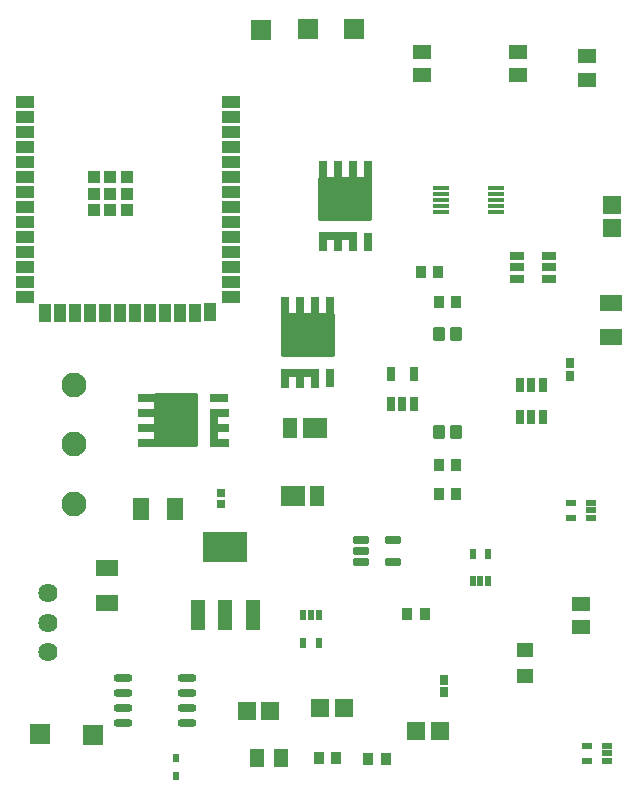
<source format=gts>
G04 Layer: TopSolderMaskLayer*
G04 EasyEDA v6.5.50, 2025-05-28 03:44:33*
G04 481f8348a4b54ded82698d34e4f8dad8,511818ccc1ea462d976f425f61ebd680,10*
G04 Gerber Generator version 0.2*
G04 Scale: 100 percent, Rotated: No, Reflected: No *
G04 Dimensions in millimeters *
G04 leading zeros omitted , absolute positions ,4 integer and 5 decimal *
%FSLAX45Y45*%
%MOMM*%

%AMMACRO1*4,1,8,-0.3211,-0.6008,-0.3508,-0.571,-0.3508,0.5711,-0.3211,0.6008,0.321,0.6008,0.3508,0.5711,0.3508,-0.571,0.321,-0.6008,-0.3211,-0.6008,0*%
%AMMACRO2*4,1,8,-0.8085,-0.8382,-0.8382,-0.8084,-0.8382,0.8085,-0.8085,0.8382,0.8084,0.8382,0.8382,0.8085,0.8382,-0.8084,0.8084,-0.8382,-0.8085,-0.8382,0*%
%AMMACRO3*4,1,8,-0.4421,-0.5516,-0.5016,-0.4921,-0.5016,0.4921,-0.4421,0.5516,0.4421,0.5516,0.5016,0.4921,0.5016,-0.4921,0.4421,-0.5516,-0.4421,-0.5516,0*%
%AMMACRO4*4,1,8,-0.2911,-0.4458,-0.3208,-0.4161,-0.3208,0.4161,-0.2911,0.4458,0.291,0.4458,0.3208,0.4161,0.3208,-0.4161,0.291,-0.4458,-0.2911,-0.4458,0*%
%AMMACRO5*4,1,8,-0.7261,-0.7258,-0.7558,-0.696,-0.7558,0.6961,-0.7261,0.7258,0.726,0.7258,0.7558,0.6961,0.7558,-0.696,0.726,-0.7258,-0.7261,-0.7258,0*%
%AMMACRO6*4,1,8,-0.6961,-0.7558,-0.7258,-0.726,-0.7258,0.7261,-0.6961,0.7558,0.696,0.7558,0.7258,0.7261,0.7258,-0.726,0.696,-0.7558,-0.6961,-0.7558,0*%
%AMMACRO7*4,1,8,-0.5711,-0.351,-0.601,-0.3211,-0.601,0.3211,-0.5711,0.351,0.5711,0.351,0.601,0.3211,0.601,-0.3211,0.5711,-0.351,-0.5711,-0.351,0*%
%AMMACRO8*4,1,8,-0.3211,-0.601,-0.351,-0.5711,-0.351,0.5711,-0.3211,0.601,0.3211,0.601,0.351,0.5711,0.351,-0.5711,0.3211,-0.601,-0.3211,-0.601,0*%
%AMMACRO9*4,1,8,-0.2211,-0.3508,-0.2508,-0.321,-0.2508,0.3211,-0.2211,0.3508,0.221,0.3508,0.2508,0.3211,0.2508,-0.321,0.221,-0.3508,-0.2211,-0.3508,0*%
%AMMACRO10*4,1,8,-0.8851,-0.6458,-0.9148,-0.6161,-0.9148,0.6161,-0.8851,0.6458,0.885,0.6458,0.9148,0.6161,0.9148,-0.6161,0.885,-0.6458,-0.8851,-0.6458,0*%
%AMMACRO11*4,1,8,-0.6161,-0.9148,-0.6458,-0.885,-0.6458,0.8851,-0.6161,0.9148,0.6161,0.9148,0.6458,0.8851,0.6458,-0.885,0.6161,-0.9148,-0.6161,-0.9148,0*%
%AMMACRO12*4,1,8,-0.5873,-0.7393,-0.6171,-0.7095,-0.6171,0.7095,-0.5873,0.7393,0.5873,0.7393,0.6171,0.7095,0.6171,-0.7095,0.5873,-0.7393,-0.5873,-0.7393,0*%
%AMMACRO13*4,1,8,-0.7095,-0.6171,-0.7393,-0.5873,-0.7393,0.5873,-0.7095,0.6171,0.7095,0.6171,0.7393,0.5873,0.7393,-0.5873,0.7095,-0.6171,-0.7095,-0.6171,0*%
%AMMACRO14*4,1,8,-0.6562,-0.165,-0.665,-0.1562,-0.665,0.1562,-0.6562,0.165,0.6562,0.165,0.665,0.1562,0.665,-0.1562,0.6562,-0.165,-0.6562,-0.165,0*%
%AMMACRO15*4,1,8,-0.6711,-0.2008,-0.7008,-0.171,-0.7008,0.1711,-0.6711,0.2008,0.671,0.2008,0.7008,0.1711,0.7008,-0.171,0.671,-0.2008,-0.6711,-0.2008,0*%
%AMMACRO16*4,1,8,-0.546,-1.2833,-0.5758,-1.2535,-0.5758,1.2536,-0.546,1.2833,0.546,1.2833,0.5758,1.2536,0.5758,-1.2535,0.546,-1.2833,-0.546,-1.2833,0*%
%AMMACRO17*4,1,8,-1.7911,-1.2833,-1.8208,-1.2535,-1.8208,1.2536,-1.7911,1.2833,1.791,1.2833,1.8208,1.2536,1.8208,-1.2535,1.791,-1.2833,-1.7911,-1.2833,0*%
%AMMACRO18*4,1,8,-0.646,-0.5508,-0.6758,-0.521,-0.6758,0.5211,-0.646,0.5508,0.646,0.5508,0.6758,0.5211,0.6758,-0.521,0.646,-0.5508,-0.646,-0.5508,0*%
%AMMACRO19*4,1,8,-0.2211,-0.4508,-0.2508,-0.421,-0.2508,0.4211,-0.2211,0.4508,0.221,0.4508,0.2508,0.4211,0.2508,-0.421,0.221,-0.4508,-0.2211,-0.4508,0*%
%AMMACRO20*4,1,8,-0.4885,-0.3508,-0.5183,-0.321,-0.5183,0.321,-0.4885,0.3508,0.4885,0.3508,0.5183,0.321,0.5183,-0.321,0.4885,-0.3508,-0.4885,-0.3508,0*%
%AMMACRO21*4,1,8,-0.771,-0.3508,-0.8007,-0.321,-0.8007,0.321,-0.771,0.3508,0.771,0.3508,0.8007,0.321,0.8007,-0.321,0.771,-0.3508,-0.771,-0.3508,0*%
%AMMACRO22*4,1,8,-0.6961,-0.3508,-0.7258,-0.321,-0.7258,0.321,-0.6961,0.3508,0.696,0.3508,0.7258,0.321,0.7258,-0.321,0.696,-0.3508,-0.6961,-0.3508,0*%
%AMMACRO23*4,1,8,-1.7936,-2.2558,-1.8233,-2.226,-1.8233,2.226,-1.7936,2.2558,1.7936,2.2558,1.8233,2.226,1.8233,-2.226,1.7936,-2.2558,-1.7936,-2.2558,0*%
%AMMACRO24*4,1,8,-0.3035,-1.6208,-0.3332,-1.591,-0.3332,1.591,-0.3035,1.6208,0.3035,1.6208,0.3332,1.591,0.3332,-1.591,0.3035,-1.6208,-0.3035,-1.6208,0*%
%AMMACRO25*4,1,8,-0.321,-0.5183,-0.3508,-0.4885,-0.3508,0.4885,-0.321,0.5183,0.321,0.5183,0.3508,0.4885,0.3508,-0.4885,0.321,-0.5183,-0.321,-0.5183,0*%
%AMMACRO26*4,1,8,-0.321,-0.8007,-0.3508,-0.771,-0.3508,0.771,-0.321,0.8007,0.321,0.8007,0.3508,0.771,0.3508,-0.771,0.321,-0.8007,-0.321,-0.8007,0*%
%AMMACRO27*4,1,8,-0.321,-0.7258,-0.3508,-0.696,-0.3508,0.6961,-0.321,0.7258,0.321,0.7258,0.3508,0.6961,0.3508,-0.696,0.321,-0.7258,-0.321,-0.7258,0*%
%AMMACRO28*4,1,8,-2.226,-1.8233,-2.2558,-1.7936,-2.2558,1.7936,-2.226,1.8233,2.226,1.8233,2.2558,1.7936,2.2558,-1.7936,2.226,-1.8233,-2.226,-1.8233,0*%
%AMMACRO29*4,1,8,-1.591,-0.3332,-1.6208,-0.3035,-1.6208,0.3035,-1.591,0.3332,1.591,0.3332,1.6208,0.3035,1.6208,-0.3035,1.591,-0.3332,-1.591,-0.3332,0*%
%AMMACRO30*4,1,8,-1.0257,-0.875,-1.055,-0.8457,-1.055,0.8457,-1.0257,0.875,1.0257,0.875,1.055,0.8457,1.055,-0.8457,1.0257,-0.875,-1.0257,-0.875,0*%
%AMMACRO31*4,1,8,-0.5907,-0.875,-0.62,-0.8457,-0.62,0.8457,-0.5907,0.875,0.5907,0.875,0.62,0.8457,0.62,-0.8457,0.5907,-0.875,-0.5907,-0.875,0*%
%AMMACRO32*4,1,8,-0.2911,-0.3336,-0.3208,-0.3038,-0.3208,0.3039,-0.2911,0.3336,0.291,0.3336,0.3208,0.3039,0.3208,-0.3038,0.291,-0.3336,-0.2911,-0.3336,0*%
%AMMACRO33*4,1,8,-0.4243,-0.4828,-0.454,-0.453,-0.454,0.4531,-0.4243,0.4828,0.4243,0.4828,0.454,0.4531,0.454,-0.453,0.4243,-0.4828,-0.4243,-0.4828,0*%
%AMMACRO34*4,1,8,-0.8716,-0.6546,-0.9013,-0.6248,-0.9013,0.6248,-0.8716,0.6546,0.8715,0.6546,0.9013,0.6248,0.9013,-0.6248,0.8715,-0.6546,-0.8716,-0.6546,0*%
%AMMACRO35*4,1,8,-0.4201,-0.2508,-0.4498,-0.221,-0.4498,0.2211,-0.4201,0.2508,0.42,0.2508,0.4498,0.2211,0.4498,-0.221,0.42,-0.2508,-0.4201,-0.2508,0*%
%AMMACRO36*4,1,8,-0.7707,-0.5,-0.8,-0.4707,-0.8,0.4707,-0.7707,0.5,0.7707,0.5,0.8,0.4707,0.8,-0.4707,0.7707,-0.5,-0.7707,-0.5,0*%
%AMMACRO37*4,1,8,-0.4707,-0.8,-0.5,-0.7707,-0.5,0.7707,-0.4707,0.8,0.4707,0.8,0.5,0.7707,0.5,-0.7707,0.4707,-0.8,-0.4707,-0.8,0*%
%AMMACRO38*4,1,8,-0.4711,-0.5008,-0.5008,-0.471,-0.5008,0.4711,-0.4711,0.5008,0.4711,0.5008,0.5008,0.4711,0.5008,-0.471,0.4711,-0.5008,-0.4711,-0.5008,0*%
%AMMACRO39*4,1,8,-0.4711,-0.5008,-0.5008,-0.471,-0.5008,0.4711,-0.4711,0.5008,0.471,0.5008,0.5008,0.4711,0.5008,-0.471,0.471,-0.5008,-0.4711,-0.5008,0*%
%AMMACRO40*4,1,8,-0.4711,-0.5008,-0.5008,-0.4711,-0.5008,0.4711,-0.4711,0.5008,0.4711,0.5008,0.5008,0.4711,0.5008,-0.4711,0.4711,-0.5008,-0.4711,-0.5008,0*%
%AMMACRO41*4,1,8,-0.4711,-0.5008,-0.5008,-0.4711,-0.5008,0.4711,-0.4711,0.5008,0.471,0.5008,0.5008,0.4711,0.5008,-0.4711,0.471,-0.5008,-0.4711,-0.5008,0*%
%AMMACRO42*4,1,8,-0.6211,-0.3008,-0.6508,-0.271,-0.6508,0.2711,-0.6211,0.3008,0.621,0.3008,0.6508,0.2711,0.6508,-0.271,0.621,-0.3008,-0.6211,-0.3008,0*%
%ADD10MACRO1*%
%ADD11MACRO2*%
%ADD12MACRO3*%
%ADD13MACRO4*%
%ADD14MACRO5*%
%ADD15MACRO6*%
%ADD16MACRO7*%
%ADD17MACRO8*%
%ADD18MACRO9*%
%ADD19MACRO10*%
%ADD20MACRO11*%
%ADD21MACRO12*%
%ADD22MACRO13*%
%ADD23MACRO14*%
%ADD24MACRO15*%
%ADD25MACRO16*%
%ADD26MACRO17*%
%ADD27MACRO18*%
%ADD28MACRO19*%
%ADD29C,2.1016*%
%ADD30MACRO20*%
%ADD31MACRO21*%
%ADD32MACRO22*%
%ADD33MACRO23*%
%ADD34MACRO24*%
%ADD35MACRO25*%
%ADD36MACRO26*%
%ADD37MACRO27*%
%ADD38MACRO28*%
%ADD39MACRO29*%
%ADD40O,1.6216122X0.7015988*%
%ADD41MACRO30*%
%ADD42MACRO31*%
%ADD43MACRO32*%
%ADD44MACRO33*%
%ADD45MACRO34*%
%ADD46C,1.6256*%
%ADD47MACRO35*%
%ADD48MACRO36*%
%ADD49MACRO37*%
%ADD50MACRO38*%
%ADD51MACRO39*%
%ADD52MACRO40*%
%ADD53MACRO41*%
%ADD54MACRO42*%
%ADD55C,0.0187*%

%LPD*%
D10*
G01*
X4819903Y6581611D03*
G01*
X5009896Y6581611D03*
G01*
X5009896Y6321588D03*
G01*
X4914900Y6321588D03*
G01*
X4819903Y6321588D03*
D11*
G01*
X4508500Y9499600D03*
G01*
X4114800Y9499600D03*
G01*
X3721100Y9486900D03*
G01*
X1844700Y3530600D03*
G01*
X2298700Y3517900D03*
D12*
G01*
X5227241Y6913118D03*
G01*
X5367240Y6913118D03*
G01*
X5365899Y6083300D03*
G01*
X5225900Y6083300D03*
D13*
G01*
X6337300Y6671205D03*
G01*
X6337300Y6562194D03*
G01*
X5270500Y3991505D03*
G01*
X5270500Y3882494D03*
D14*
G01*
X3795702Y3721100D03*
G01*
X3595697Y3721100D03*
G01*
X5230802Y3556000D03*
G01*
X5030797Y3556000D03*
G01*
X4217997Y3746500D03*
G01*
X4418002Y3746500D03*
D15*
G01*
X6692900Y8012102D03*
G01*
X6692900Y7812097D03*
D16*
G01*
X5884792Y7385303D03*
G01*
X5884792Y7480300D03*
G01*
X5884792Y7575296D03*
G01*
X6154803Y7575296D03*
G01*
X6154803Y7480300D03*
G01*
X6154803Y7385303D03*
D17*
G01*
X5912103Y6485007D03*
G01*
X6007100Y6485007D03*
G01*
X6102096Y6485007D03*
G01*
X6102096Y6214996D03*
G01*
X6007100Y6214996D03*
G01*
X5912103Y6214996D03*
D18*
G01*
X2997200Y3176206D03*
G01*
X2997200Y3326193D03*
D19*
G01*
X2413000Y4932400D03*
G01*
X2413000Y4643399D03*
D20*
G01*
X2700299Y5435600D03*
G01*
X2989300Y5435600D03*
D21*
G01*
X3684595Y3327400D03*
G01*
X3884604Y3327400D03*
D22*
G01*
X5892800Y9107495D03*
G01*
X5892800Y9307504D03*
G01*
X6477000Y9069395D03*
G01*
X6477000Y9269404D03*
G01*
X5080000Y9107495D03*
G01*
X5080000Y9307504D03*
G01*
X6426200Y4433895D03*
G01*
X6426200Y4633904D03*
D23*
G01*
X5708698Y7951812D03*
G01*
X5708698Y8001800D03*
G01*
X5708698Y8051787D03*
G01*
X5708698Y8101799D03*
G01*
X5708698Y8151812D03*
D24*
G01*
X5238699Y8151787D03*
G01*
X5238699Y8101799D03*
G01*
X5238699Y8051812D03*
G01*
X5238699Y8001800D03*
G01*
X5238699Y7951787D03*
D25*
G01*
X3186300Y4540250D03*
G01*
X3416300Y4540250D03*
G01*
X3646299Y4540250D03*
D26*
G01*
X3416300Y5111750D03*
D27*
G01*
X5956310Y4017497D03*
G01*
X5956310Y4237512D03*
D28*
G01*
X5510303Y4825304D03*
G01*
X5575300Y4825304D03*
G01*
X5640296Y4825309D03*
G01*
X5640296Y5055288D03*
G01*
X5510303Y5055288D03*
G01*
X4205196Y4534595D03*
G01*
X4140200Y4534595D03*
G01*
X4075203Y4534590D03*
G01*
X4075203Y4304611D03*
G01*
X4205196Y4304611D03*
D29*
G01*
X2130397Y5981692D03*
G01*
X2130397Y5480804D03*
G01*
X2130397Y6482580D03*
D30*
G01*
X3393287Y5994400D03*
G01*
X3393287Y6121400D03*
G01*
X3393287Y6248400D03*
D31*
G01*
X3364992Y6375400D03*
D32*
G01*
X2753512Y6375400D03*
G01*
X2753512Y6248400D03*
G01*
X2753512Y6121400D03*
G01*
X2753512Y5994400D03*
D33*
G01*
X2998292Y6184900D03*
D34*
G01*
X3318306Y6121400D03*
D35*
G01*
X3924300Y6512712D03*
G01*
X4051300Y6512712D03*
G01*
X4178300Y6512712D03*
D36*
G01*
X4305300Y6541007D03*
D37*
G01*
X4305300Y7152487D03*
G01*
X4178300Y7152487D03*
G01*
X4051300Y7152487D03*
G01*
X3924300Y7152487D03*
D38*
G01*
X4114800Y6907707D03*
D39*
G01*
X4051300Y6587693D03*
D35*
G01*
X4241800Y7668412D03*
G01*
X4368800Y7668412D03*
G01*
X4495800Y7668412D03*
D36*
G01*
X4622800Y7696708D03*
D37*
G01*
X4622800Y8308187D03*
G01*
X4495800Y8308187D03*
G01*
X4368800Y8308187D03*
G01*
X4241800Y8308187D03*
D38*
G01*
X4432300Y8063407D03*
D39*
G01*
X4368800Y7743393D03*
D40*
G01*
X2545415Y4000492D03*
G01*
X2545415Y3873492D03*
G01*
X2545415Y3746492D03*
G01*
X2545415Y3619492D03*
G01*
X3093394Y4000492D03*
G01*
X3093394Y3873492D03*
G01*
X3093394Y3746492D03*
G01*
X3093394Y3619492D03*
D41*
G01*
X4173051Y6117046D03*
G01*
X3986701Y5541547D03*
D42*
G01*
X3962350Y6117045D03*
G01*
X4191052Y5546048D03*
D43*
G01*
X3378200Y5567782D03*
G01*
X3378200Y5481217D03*
D44*
G01*
X5371224Y5562600D03*
G01*
X5220575Y5562600D03*
G01*
X5218824Y7442200D03*
G01*
X5068175Y7442200D03*
G01*
X5220575Y5803900D03*
G01*
X5371224Y5803900D03*
G01*
X5371224Y7188200D03*
G01*
X5220575Y7188200D03*
G01*
X4204575Y3327400D03*
G01*
X4355224Y3327400D03*
G01*
X4953875Y4546600D03*
G01*
X5104524Y4546600D03*
G01*
X4623675Y3314700D03*
G01*
X4774324Y3314700D03*
D45*
G01*
X6680200Y7183676D03*
G01*
X6680200Y6887923D03*
D46*
G01*
X1917700Y4220400D03*
G01*
X1917700Y4470387D03*
G01*
X1917700Y4720399D03*
D47*
G01*
X6341290Y5357901D03*
G01*
X6341290Y5487898D03*
G01*
X6511114Y5487898D03*
G01*
X6511114Y5422900D03*
G01*
X6511114Y5357901D03*
G01*
X6480990Y3300501D03*
G01*
X6480990Y3430498D03*
G01*
X6650814Y3430498D03*
G01*
X6650814Y3365500D03*
G01*
X6650814Y3300501D03*
D48*
G01*
X1715799Y8877795D03*
G01*
X1715800Y8750795D03*
G01*
X1715800Y8623795D03*
G01*
X1715800Y8496795D03*
G01*
X1715800Y8369795D03*
G01*
X1715800Y8242795D03*
G01*
X1715800Y8115795D03*
G01*
X1715800Y7988795D03*
G01*
X1715800Y7861795D03*
G01*
X1715800Y7734795D03*
G01*
X1715800Y7607795D03*
G01*
X1715800Y7480795D03*
G01*
X1715800Y7353795D03*
G01*
X1715800Y7226795D03*
D49*
G01*
X1892300Y7098794D03*
G01*
X2019300Y7098794D03*
G01*
X2146300Y7098794D03*
G01*
X2273300Y7098794D03*
G01*
X2400300Y7098794D03*
G01*
X2527300Y7098794D03*
G01*
X2654300Y7098794D03*
G01*
X2781300Y7098794D03*
G01*
X2908300Y7098794D03*
G01*
X3035300Y7098794D03*
G01*
X3162300Y7098794D03*
G01*
X3289300Y7101799D03*
D48*
G01*
X3465799Y7226795D03*
G01*
X3465799Y7353795D03*
G01*
X3465799Y7480795D03*
G01*
X3465799Y7607795D03*
G01*
X3465799Y7734795D03*
G01*
X3465799Y7861795D03*
G01*
X3465799Y7988795D03*
G01*
X3465799Y8115795D03*
G01*
X3465799Y8242795D03*
G01*
X3465799Y8369795D03*
G01*
X3465799Y8496795D03*
G01*
X3465799Y8623795D03*
G01*
X3465799Y8750795D03*
G01*
X3465799Y8877795D03*
D50*
G01*
X2580789Y7965785D03*
D51*
G01*
X2440790Y7965775D03*
G01*
X2300792Y7965785D03*
G01*
X2300792Y8245784D03*
G01*
X2440790Y8245784D03*
D50*
G01*
X2580789Y8245784D03*
D52*
G01*
X2580789Y8105785D03*
D53*
G01*
X2300791Y8105785D03*
G01*
X2440790Y8105785D03*
D54*
G01*
X4834001Y4984996D03*
G01*
X4834001Y5175003D03*
G01*
X4563998Y4984998D03*
G01*
X4563998Y5080000D03*
G01*
X4563998Y5175001D03*
M02*

</source>
